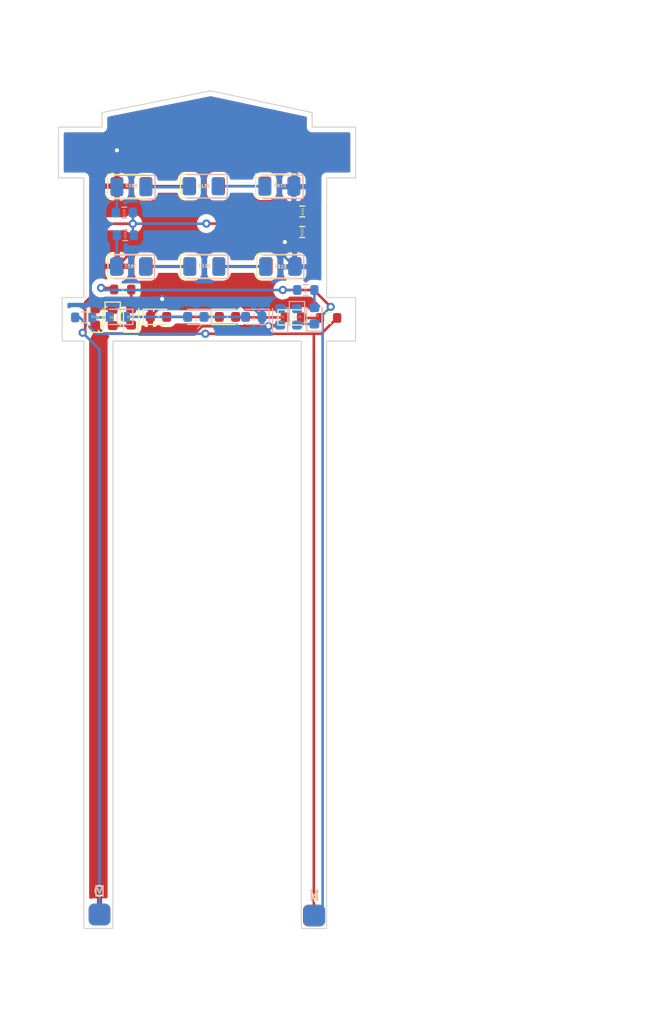
<source format=kicad_pcb>
(kicad_pcb (version 20211014) (generator pcbnew)
  (title_block (title "H0 Scale Bates Motel Sign LED board") (rev "*Draft*") (company "Deepwoods Software"))
  (layers (0 "F.Cu" signal) (31 "B.Cu" signal) (34 "B.Paste" user) (35 "F.Paste" user) (36 "B.SilkS" user "B.Silkscreen") (37 "F.SilkS" user "F.Silkscreen") (38 "B.Mask" user) (39 "F.Mask" user) (44 "Edge.Cuts" user))
  (net 0 "")
  (net 1 "C")
  (net 2 "Net-(D101-Pad2)")
  (net 3 "Net-(D102-Pad2)")
  (net 4 "Net-(D103-Pad2)")
  (net 5 "Net-(D104-Pad2)")
  (net 6 "Net-(D105-Pad2)")
  (net 7 "Net-(D106-Pad2)")
  (net 8 "Net-(D107-Pad2)")
  (net 9 "Net-(D108-Pad2)")
  (net 10 "Net-(D109-Pad2)")
  (net 11 "Net-(D110-Pad2)")
  (net 12 "Net-(D111-Pad2)")
  (net 13 "Net-(D112-Pad2)")
  (net 14 "Net-(D113-Pad2)")
  (net 15 "Net-(D114-Pad2)")
  (net 16 "Net-(D115-Pad2)")
  (net 17 "Net-(D116-Pad2)")
  (net 18 "Net-(D117-Pad2)")
  (net 19 "Net-(D118-Pad2)")
  (net 20 "Net-(D119-Pad2)")
  (net 21 "Net-(D120-Pad2)")
  (net 22 "Net-(D121-Pad2)")
  (net 23 "Net-(D122-Pad2)")
  (net 24 "Net-(D123-Pad2)")
  (net 25 "Net-(D124-Pad2)")
  (net 26 "M")
  (net 27 "N")
  (net 28 "V")
  (footprint "LED_SMD:LED_0603_1608Metric" (layer "F.Cu") (at 113.9952 125.984 90)
    (fp_text reference "D121" (at 0 0 180) (layer "F.SilkS") (effects (font (size 0.2 0.2) (thickness 0.03))))
    (fp_text value "NO")
    (fp_line (start -1.485 -0.735) (end -1.485 0.735) (layer "F.SilkS") (width 0.12))
    (fp_line (start 0.8 -0.735) (end -1.485 -0.735) (layer "F.SilkS") (width 0.12))
    (fp_line (start -1.485 0.735) (end 0.8 0.735) (layer "F.SilkS") (width 0.12))
    (pad "1" smd roundrect (at -0.7875 0 90) (size 0.875 0.95) (layers "F.Cu" "F.Paste" "F.Mask") (net 14 "Net-(D113-Pad2)"))
    (pad "2" smd roundrect (at 0.7875 0 90) (size 0.875 0.95) (layers "F.Cu" "F.Paste" "F.Mask") (net 22 "Net-(D121-Pad2)"))
  )
  (footprint "LED_SMD:LED_1206_3216Metric" (layer "F.Cu") (at 121.034 113.3856)
    (fp_text reference "D109" (at 0 0) (layer "F.SilkS") (effects (font (size 0.3 0.3) (thickness 0.05))))
    (fp_text value "BATESMOTEL")
    (fp_line (start 1.6 -1.135) (end -2.285 -1.135) (layer "F.SilkS") (width 0.12))
    (fp_line (start -2.285 1.135) (end 1.6 1.135) (layer "F.SilkS") (width 0.12))
    (fp_line (start -2.285 -1.135) (end -2.285 1.135) (layer "F.SilkS") (width 0.12))
    (pad "1" smd roundrect (at -1.4 0) (size 1.25 1.75) (layers "F.Cu" "F.Paste" "F.Mask") (roundrect_rratio 0.2) (net 2 "Net-(D101-Pad2)"))
    (pad "2" smd roundrect (at 1.4 0) (size 1.25 1.75) (layers "F.Cu" "F.Paste" "F.Mask") (roundrect_rratio 0.2) (net 10 "Net-(D109-Pad2)"))
  )
  (footprint "Pads:ContactPad" (layer "F.Cu") (at 131.6228 183.6928)
    (fp_text reference "J104" hide)
    (fp_text value "V" (at 0.1016 -1.8288 unlocked) (layer "F.SilkS"))
    (pad "1" smd roundrect (at 0 0) (size 2.1 2.1) (layers "F.Cu" "F.Paste" "F.Mask") (net 28 "V"))
  )
  (footprint "LED_SMD:LED_1206_3216Metric" (layer "F.Cu") (at 128.4224 121.1072)
    (fp_text reference "D118" (at 0 0.0508) (layer "F.SilkS") (effects (font (size 0.3 0.3) (thickness 0.05))))
    (fp_text value "BATESMOTEL")
    (fp_line (start -2.285 -1.135) (end -2.285 1.135) (layer "F.SilkS") (width 0.12))
    (fp_line (start -2.285 1.135) (end 1.6 1.135) (layer "F.SilkS") (width 0.12))
    (fp_line (start 1.6 -1.135) (end -2.285 -1.135) (layer "F.SilkS") (width 0.12))
    (pad "1" smd roundrect (at -1.4 0) (size 1.25 1.75) (layers "F.Cu" "F.Paste" "F.Mask") (roundrect_rratio 0.2) (net 11 "Net-(D110-Pad2)"))
    (pad "2" smd roundrect (at 1.4 0) (size 1.25 1.75) (layers "F.Cu" "F.Paste" "F.Mask") (roundrect_rratio 0.2) (net 19 "Net-(D118-Pad2)"))
  )
  (footprint "LED_SMD:LED_0603_1608Metric" (layer "F.Cu") (at 116.6368 125.984)
    (fp_text reference "D107" (at 0 0.0508 90) (layer "F.SilkS") (effects (font (size 0.2 0.2) (thickness 0.03))))
    (fp_text value "VACANCY")
    (fp_line (start 0.8 -0.735) (end -1.485 -0.735) (layer "F.SilkS") (width 0.12))
    (fp_line (start -1.485 -0.735) (end -1.485 0.735) (layer "F.SilkS") (width 0.12))
    (fp_line (start -1.485 0.735) (end 0.8 0.735) (layer "F.SilkS") (width 0.12))
    (pad "1" smd roundrect (at -0.7875 0) (size 0.875 0.95) (layers "F.Cu" "F.Paste" "F.Mask") (net 1 "C"))
    (pad "2" smd roundrect (at 0.7875 0) (size 0.875 0.95) (layers "F.Cu" "F.Paste" "F.Mask") (net 8 "Net-(D107-Pad2)"))
  )
  (footprint "Resistor_SMD:R_0603_1608Metric" (layer "F.Cu") (at 133.0452 126.0856)
    (fp_text reference "R107" (at 0 -0.0508 90) (layer "F.SilkS") (effects (font (size 0.2 0.2) (thickness 0.03))))
    (fp_text value "150")
    (fp_line (start -0.237258 -0.5225) (end 0.237258 -0.5225) (layer "F.SilkS") (width 0.12))
    (fp_line (start -0.237258 0.5225) (end 0.237258 0.5225) (layer "F.SilkS") (width 0.12))
    (pad "1" smd roundrect (at -0.825 0) (size 0.8 0.95) (layers "F.Cu" "F.Paste" "F.Mask") (net 24 "Net-(D123-Pad2)"))
    (pad "2" smd roundrect (at 0.825 0) (size 0.8 0.95) (layers "F.Cu" "F.Paste" "F.Mask") (net 28 "V"))
  )
  (footprint "LED_SMD:LED_0603_1608Metric" (layer "F.Cu") (at 110.5408 125.984 90)
    (fp_text reference "D105" (at 0 0 180) (layer "F.SilkS") (effects (font (size 0.2 0.2) (thickness 0.03))))
    (fp_text value "NO")
    (fp_line (start -1.485 -0.735) (end -1.485 0.735) (layer "F.SilkS") (width 0.12))
    (fp_line (start -1.485 0.735) (end 0.8 0.735) (layer "F.SilkS") (width 0.12))
    (fp_line (start 0.8 -0.735) (end -1.485 -0.735) (layer "F.SilkS") (width 0.12))
    (pad "1" smd roundrect (at -0.7875 0 90) (size 0.875 0.95) (layers "F.Cu" "F.Paste" "F.Mask") (net 1 "C"))
    (pad "2" smd roundrect (at 0.7875 0 90) (size 0.875 0.95) (layers "F.Cu" "F.Paste" "F.Mask") (net 6 "Net-(D105-Pad2)"))
  )
  (footprint "LED_SMD:LED_1206_3216Metric" (layer "F.Cu") (at 121.0564 121.1072)
    (fp_text reference "D110" (at 0.0508 -0.0508) (layer "F.SilkS") (effects (font (size 0.3 0.3) (thickness 0.05))))
    (fp_text value "BATESMOTEL")
    (fp_line (start -2.285 -1.135) (end -2.285 1.135) (layer "F.SilkS") (width 0.12))
    (fp_line (start 1.6 -1.135) (end -2.285 -1.135) (layer "F.SilkS") (width 0.12))
    (fp_line (start -2.285 1.135) (end 1.6 1.135) (layer "F.SilkS") (width 0.12))
    (pad "1" smd roundrect (at -1.4 0) (size 1.25 1.75) (layers "F.Cu" "F.Paste" "F.Mask") (roundrect_rratio 0.2) (net 3 "Net-(D102-Pad2)"))
    (pad "2" smd roundrect (at 1.4 0) (size 1.25 1.75) (layers "F.Cu" "F.Paste" "F.Mask") (roundrect_rratio 0.2) (net 11 "Net-(D110-Pad2)"))
  )
  (footprint "LED_SMD:LED_1206_3216Metric" (layer "F.Cu") (at 114.0236 113.3856)
    (fp_text reference "D101" (at 0 -0.0508) (layer "F.SilkS") (effects (font (size 0.3 0.3) (thickness 0.05))))
    (fp_text value "BATESMOTEL")
    (fp_line (start 1.6 -1.135) (end -2.285 -1.135) (layer "F.SilkS") (width 0.12))
    (fp_line (start -2.285 -1.135) (end -2.285 1.135) (layer "F.SilkS") (width 0.12))
    (fp_line (start -2.285 1.135) (end 1.6 1.135) (layer "F.SilkS") (width 0.12))
    (pad "1" smd roundrect (at -1.4 0) (size 1.25 1.75) (layers "F.Cu" "F.Paste" "F.Mask") (roundrect_rratio 0.2) (net 1 "C"))
    (pad "2" smd roundrect (at 1.4 0) (size 1.25 1.75) (layers "F.Cu" "F.Paste" "F.Mask") (roundrect_rratio 0.2) (net 2 "Net-(D101-Pad2)"))
  )
  (footprint "Resistor_SMD:R_0603_1608Metric" (layer "F.Cu") (at 130.5052 115.824)
    (fp_text reference "R101" (at 0.0508 0 90) (layer "F.SilkS") (effects (font (size 0.2 0.2) (thickness 0.03))))
    (fp_text value "150")
    (fp_line (start -0.237258 -0.5225) (end 0.237258 -0.5225) (layer "F.SilkS") (width 0.12))
    (fp_line (start -0.237258 0.5225) (end 0.237258 0.5225) (layer "F.SilkS") (width 0.12))
    (pad "1" smd roundrect (at -0.825 0) (size 0.8 0.95) (layers "F.Cu" "F.Paste" "F.Mask") (net 18 "Net-(D117-Pad2)"))
    (pad "2" smd roundrect (at 0.825 0) (size 0.8 0.95) (layers "F.Cu" "F.Paste" "F.Mask") (net 26 "M"))
  )
  (footprint "Resistor_SMD:R_0603_1608Metric" (layer "F.Cu") (at 113.1824 123.3424 180)
    (fp_text reference "R105" (at 0 -0.0508 90) (layer "F.SilkS") (effects (font (size 0.2 0.2) (thickness 0.03))))
    (fp_text value "150")
    (fp_line (start -0.237258 0.5225) (end 0.237258 0.5225) (layer "F.SilkS") (width 0.12))
    (fp_line (start -0.237258 -0.5225) (end 0.237258 -0.5225) (layer "F.SilkS") (width 0.12))
    (pad "1" smd roundrect (at -0.825 0 180) (size 0.8 0.95) (layers "F.Cu" "F.Paste" "F.Mask") (net 22 "Net-(D121-Pad2)"))
    (pad "2" smd roundrect (at 0.825 0 180) (size 0.8 0.95) (layers "F.Cu" "F.Paste" "F.Mask") (net 27 "N"))
  )
  (footprint "LED_SMD:LED_0603_1608Metric" (layer "F.Cu") (at 129.6416 126.0348)
    (fp_text reference "D123" (at 0 0 90) (layer "F.SilkS") (effects (font (size 0.2 0.2) (thickness 0.03))))
    (fp_text value "VACANCY")
    (fp_line (start -1.485 0.735) (end 0.8 0.735) (layer "F.SilkS") (width 0.12))
    (fp_line (start 0.8 -0.735) (end -1.485 -0.735) (layer "F.SilkS") (width 0.12))
    (fp_line (start -1.485 -0.735) (end -1.485 0.735) (layer "F.SilkS") (width 0.12))
    (pad "1" smd roundrect (at -0.7875 0) (size 0.875 0.95) (layers "F.Cu" "F.Paste" "F.Mask") (net 16 "Net-(D115-Pad2)"))
    (pad "2" smd roundrect (at 0.7875 0) (size 0.875 0.95) (layers "F.Cu" "F.Paste" "F.Mask") (net 24 "Net-(D123-Pad2)"))
  )
  (footprint "Resistor_SMD:R_0603_1608Metric" (layer "F.Cu") (at 130.5052 117.8052)
    (fp_text reference "R102" (at 0 0 270) (layer "F.SilkS") (effects (font (size 0.2 0.2) (thickness 0.03))))
    (fp_text value "150")
    (fp_line (start -0.237258 -0.5225) (end 0.237258 -0.5225) (layer "F.SilkS") (width 0.12))
    (fp_line (start -0.237258 0.5225) (end 0.237258 0.5225) (layer "F.SilkS") (width 0.12))
    (pad "1" smd roundrect (at -0.825 0) (size 0.8 0.95) (layers "F.Cu" "F.Paste" "F.Mask") (net 19 "Net-(D118-Pad2)"))
    (pad "2" smd roundrect (at 0.825 0) (size 0.8 0.95) (layers "F.Cu" "F.Paste" "F.Mask") (net 26 "M"))
  )
  (footprint "LED_SMD:LED_1206_3216Metric" (layer "F.Cu") (at 128.2984 113.3348)
    (fp_text reference "D117" (at 0.0732 0) (layer "F.SilkS") (effects (font (size 0.3 0.3) (thickness 0.05))))
    (fp_text value "BATESMOTEL")
    (fp_line (start 1.6 -1.135) (end -2.285 -1.135) (layer "F.SilkS") (width 0.12))
    (fp_line (start -2.285 1.135) (end 1.6 1.135) (layer "F.SilkS") (width 0.12))
    (fp_line (start -2.285 -1.135) (end -2.285 1.135) (layer "F.SilkS") (width 0.12))
    (pad "1" smd roundrect (at -1.4 0) (size 1.25 1.75) (layers "F.Cu" "F.Paste" "F.Mask") (roundrect_rratio 0.2) (net 10 "Net-(D109-Pad2)"))
    (pad "2" smd roundrect (at 1.4 0) (size 1.25 1.75) (layers "F.Cu" "F.Paste" "F.Mask") (roundrect_rratio 0.2) (net 18 "Net-(D117-Pad2)"))
  )
  (footprint "LED_SMD:LED_1206_3216Metric" (layer "F.Cu") (at 114.046 121.1072)
    (fp_text reference "D102" (at -0.1016 0) (layer "F.SilkS") (effects (font (size 0.3 0.3) (thickness 0.05))))
    (fp_text value "BATESMOTEL")
    (fp_line (start -2.285 -1.135) (end -2.285 1.135) (layer "F.SilkS") (width 0.12))
    (fp_line (start 1.6 -1.135) (end -2.285 -1.135) (layer "F.SilkS") (width 0.12))
    (fp_line (start -2.285 1.135) (end 1.6 1.135) (layer "F.SilkS") (width 0.12))
    (pad "1" smd roundrect (at -1.4 0) (size 1.25 1.75) (layers "F.Cu" "F.Paste" "F.Mask") (roundrect_rratio 0.2) (net 1 "C"))
    (pad "2" smd roundrect (at 1.4 0) (size 1.25 1.75) (layers "F.Cu" "F.Paste" "F.Mask") (roundrect_rratio 0.2) (net 3 "Net-(D102-Pad2)"))
  )
  (footprint "LED_SMD:LED_0603_1608Metric" (layer "F.Cu") (at 123.2916 125.984)
    (fp_text reference "D115" (at 0 0 90) (layer "F.SilkS") (effects (font (size 0.2 0.2) (thickness 0.03))))
    (fp_text value "VACANCY")
    (fp_line (start -1.485 -0.735) (end -1.485 0.735) (layer "F.SilkS") (width 0.12))
    (fp_line (start 0.8 -0.735) (end -1.485 -0.735) (layer "F.SilkS") (width 0.12))
    (fp_line (start -1.485 0.735) (end 0.8 0.735) (layer "F.SilkS") (width 0.12))
    (pad "1" smd roundrect (at -0.7875 0) (size 0.875 0.95) (layers "F.Cu" "F.Paste" "F.Mask") (net 8 "Net-(D107-Pad2)"))
    (pad "2" smd roundrect (at 0.7875 0) (size 0.875 0.95) (layers "F.Cu" "F.Paste" "F.Mask") (net 16 "Net-(D115-Pad2)"))
  )
  (footprint "LED_SMD:LED_0603_1608Metric" (layer "F.Cu") (at 112.2172 126.0348 -90)
    (fp_text reference "D113" (at 0 -0.1016 180) (layer "F.SilkS") (effects (font (size 0.2 0.2) (thickness 0.03))))
    (fp_text value "NO")
    (fp_line (start 0.8 -0.735) (end -1.485 -0.735) (layer "F.SilkS") (width 0.12))
    (fp_line (start -1.485 0.735) (end 0.8 0.735) (layer "F.SilkS") (width 0.12))
    (fp_line (start -1.485 -0.735) (end -1.485 0.735) (layer "F.SilkS") (width 0.12))
    (pad "1" smd roundrect (at -0.7875 0 270) (size 0.875 0.95) (layers "F.Cu" "F.Paste" "F.Mask") (net 6 "Net-(D105-Pad2)"))
    (pad "2" smd roundrect (at 0.7875 0 270) (size 0.875 0.95) (layers "F.Cu" "F.Paste" "F.Mask") (net 14 "Net-(D113-Pad2)"))
  )
  (footprint "Pads:ContactPad" (layer "F.Cu") (at 110.9472 183.5912)
    (fp_text reference "J101" hide)
    (fp_text value "C" (at -0.1016 -2.2352 unlocked) (layer "F.SilkS"))
    (pad "1" smd roundrect (at 0 0) (size 2.1 2.1) (layers "F.Cu" "F.Paste" "F.Mask") (net 1 "C"))
  )
  (footprint "LED_SMD:LED_0603_1608Metric" (layer "B.Cu") (at 131.6736 125.8824 90)
    (fp_text reference "D122" (at 0 0 180) (layer "B.SilkS") (effects (font (size 0.2 0.2) (thickness 0.03)) (justify mirror)))
    (fp_text value "NO")
    (fp_line (start -1.485 -0.735) (end 0.8 -0.735) (layer "B.SilkS") (width 0.12))
    (fp_line (start -1.485 0.735) (end -1.485 -0.735) (layer "B.SilkS") (width 0.12))
    (fp_line (start 0.8 0.735) (end -1.485 0.735) (layer "B.SilkS") (width 0.12))
    (pad "1" smd roundrect (at -0.7875 0 90) (size 0.875 0.95) (layers "B.Cu" "B.Paste" "B.Mask") (net 15 "Net-(D114-Pad2)"))
    (pad "2" smd roundrect (at 0.7875 0 90) (size 0.875 0.95) (layers "B.Cu" "B.Paste" "B.Mask") (net 23 "Net-(D122-Pad2)"))
  )
  (footprint "LED_SMD:LED_0603_1608Metric" (layer "B.Cu") (at 129.9972 125.984 -90)
    (fp_text reference "D114" (at 0 -0.0508 180) (layer "B.SilkS") (effects (font (size 0.2 0.2) (thickness 0.03)) (justify mirror)))
    (fp_text value "NO")
    (fp_line (start 0.8 0.735) (end -1.485 0.735) (layer "B.SilkS") (width 0.12))
    (fp_line (start -1.485 0.735) (end -1.485 -0.735) (layer "B.SilkS") (width 0.12))
    (fp_line (start -1.485 -0.735) (end 0.8 -0.735) (layer "B.SilkS") (width 0.12))
    (pad "1" smd roundrect (at -0.7875 0 270) (size 0.875 0.95) (layers "B.Cu" "B.Paste" "B.Mask") (net 7 "Net-(D106-Pad2)"))
    (pad "2" smd roundrect (at 0.7875 0 270) (size 0.875 0.95) (layers "B.Cu" "B.Paste" "B.Mask") (net 15 "Net-(D114-Pad2)"))
  )
  (footprint "Resistor_SMD:R_0603_1608Metric" (layer "B.Cu") (at 109.4232 126.0348 180)
    (fp_text reference "R108" (at -0.0508 0 90) (layer "B.SilkS") (effects (font (size 0.2 0.2) (thickness 0.03)) (justify mirror)))
    (fp_text value "150")
    (fp_line (start -0.237258 0.5225) (end 0.237258 0.5225) (layer "B.SilkS") (width 0.12))
    (fp_line (start -0.237258 -0.5225) (end 0.237258 -0.5225) (layer "B.SilkS") (width 0.12))
    (pad "1" smd roundrect (at -0.825 0 180) (size 0.8 0.95) (layers "B.Cu" "B.Paste" "B.Mask") (net 25 "Net-(D124-Pad2)"))
    (pad "2" smd roundrect (at 0.825 0 180) (size 0.8 0.95) (layers "B.Cu" "B.Paste" "B.Mask") (net 28 "V"))
  )
  (footprint "LED_SMD:LED_1206_3216Metric" (layer "B.Cu") (at 121.0564 121.158 180)
    (fp_text reference "D112" (at 0 0.1016) (layer "B.SilkS") (effects (font (size 0.3 0.3) (thickness 0.05)) (justify mirror)))
    (fp_text value "BATESMOTEL")
    (fp_line (start -2.285 1.135) (end -2.285 -1.135) (layer "B.SilkS") (width 0.12))
    (fp_line (start -2.285 -1.135) (end 1.6 -1.135) (layer "B.SilkS") (width 0.12))
    (fp_line (start 1.6 1.135) (end -2.285 1.135) (layer "B.SilkS") (width 0.12))
    (pad "1" smd roundrect (at -1.4 0 180) (size 1.25 1.75) (layers "B.Cu" "B.Paste" "B.Mask") (roundrect_rratio 0.2) (net 5 "Net-(D104-Pad2)"))
    (pad "2" smd roundrect (at 1.4 0 180) (size 1.25 1.75) (layers "B.Cu" "B.Paste" "B.Mask") (roundrect_rratio 0.2) (net 13 "Net-(D112-Pad2)"))
  )
  (footprint "LED_SMD:LED_0603_1608Metric" (layer "B.Cu") (at 125.8316 125.984 180)
    (fp_text reference "D108" (at 0 0 90) (layer "B.SilkS") (effects (font (size 0.2 0.2) (thickness 0.03)) (justify mirror)))
    (fp_text value "VACANCY")
    (fp_line (start -1.485 0.735) (end -1.485 -0.735) (layer "B.SilkS") (width 0.12))
    (fp_line (start -1.485 -0.735) (end 0.8 -0.735) (layer "B.SilkS") (width 0.12))
    (fp_line (start 0.8 0.735) (end -1.485 0.735) (layer "B.SilkS") (width 0.12))
    (pad "1" smd roundrect (at -0.7875 0 180) (size 0.875 0.95) (layers "B.Cu" "B.Paste" "B.Mask") (net 1 "C"))
    (pad "2" smd roundrect (at 0.7875 0 180) (size 0.875 0.95) (layers "B.Cu" "B.Paste" "B.Mask") (net 9 "Net-(D108-Pad2)"))
  )
  (footprint "LED_SMD:LED_1206_3216Metric" (layer "B.Cu") (at 114.0176 113.4872 180)
    (fp_text reference "D119" (at 0 0.1524) (layer "B.SilkS") (effects (font (size 0.3 0.3) (thickness 0.05)) (justify mirror)))
    (fp_text value "BATESMOTEL")
    (fp_line (start -2.285 1.135) (end -2.285 -1.135) (layer "B.SilkS") (width 0.12))
    (fp_line (start 1.6 1.135) (end -2.285 1.135) (layer "B.SilkS") (width 0.12))
    (fp_line (start -2.285 -1.135) (end 1.6 -1.135) (layer "B.SilkS") (width 0.12))
    (pad "1" smd roundrect (at -1.4 0 180) (size 1.25 1.75) (layers "B.Cu" "B.Paste" "B.Mask") (roundrect_rratio 0.2) (net 12 "Net-(D111-Pad2)"))
    (pad "2" smd roundrect (at 1.4 0 180) (size 1.25 1.75) (layers "B.Cu" "B.Paste" "B.Mask") (roundrect_rratio 0.2) (net 20 "Net-(D119-Pad2)"))
  )
  (footprint "LED_SMD:LED_0603_1608Metric" (layer "B.Cu") (at 120.2436 125.984 180)
    (fp_text reference "D116" (at 0 -0.0508 90) (layer "B.SilkS") (effects (font (size 0.2 0.2) (thickness 0.03)) (justify mirror)))
    (fp_text value "VACANCY")
    (fp_line (start -1.485 0.735) (end -1.485 -0.735) (layer "B.SilkS") (width 0.12))
    (fp_line (start 0.8 0.735) (end -1.485 0.735) (layer "B.SilkS") (width 0.12))
    (fp_line (start -1.485 -0.735) (end 0.8 -0.735) (layer "B.SilkS") (width 0.12))
    (pad "1" smd roundrect (at -0.7875 0 180) (size 0.875 0.95) (layers "B.Cu" "B.Paste" "B.Mask") (net 9 "Net-(D108-Pad2)"))
    (pad "2" smd roundrect (at 0.7875 0 180) (size 0.875 0.95) (layers "B.Cu" "B.Paste" "B.Mask") (net 17 "Net-(D116-Pad2)"))
  )
  (footprint "LED_SMD:LED_1206_3216Metric" (layer "B.Cu") (at 120.9832 113.3856 180)
    (fp_text reference "D111" (at 0 0) (layer "B.SilkS") (effects (font (size 0.3 0.3) (thickness 0.05)) (justify mirror)))
    (fp_text value "BATESMOTEL")
    (fp_line (start -2.285 1.135) (end -2.285 -1.135) (layer "B.SilkS") (width 0.12))
    (fp_line (start 1.6 1.135) (end -2.285 1.135) (layer "B.SilkS") (width 0.12))
    (fp_line (start -2.285 -1.135) (end 1.6 -1.135) (layer "B.SilkS") (width 0.12))
    (pad "1" smd roundrect (at -1.4 0 180) (size 1.25 1.75) (layers "B.Cu" "B.Paste" "B.Mask") (roundrect_rratio 0.2) (net 4 "Net-(D103-Pad2)"))
    (pad "2" smd roundrect (at 1.4 0 180) (size 1.25 1.75) (layers "B.Cu" "B.Paste" "B.Mask") (roundrect_rratio 0.2) (net 12 "Net-(D111-Pad2)"))
  )
  (footprint "LED_SMD:LED_0603_1608Metric" (layer "B.Cu") (at 128.3716 125.984 90)
    (fp_text reference "D106" (at 0 0 180) (layer "B.SilkS") (effects (font (size 0.2 0.2) (thickness 0.03)) (justify mirror)))
    (fp_text value "NO")
    (fp_line (start 0.8 0.735) (end -1.485 0.735) (layer "B.SilkS") (width 0.12))
    (fp_line (start -1.485 -0.735) (end 0.8 -0.735) (layer "B.SilkS") (width 0.12))
    (fp_line (start -1.485 0.735) (end -1.485 -0.735) (layer "B.SilkS") (width 0.12))
    (pad "1" smd roundrect (at -0.7875 0 90) (size 0.875 0.95) (layers "B.Cu" "B.Paste" "B.Mask") (net 1 "C"))
    (pad "2" smd roundrect (at 0.7875 0 90) (size 0.875 0.95) (layers "B.Cu" "B.Paste" "B.Mask") (net 7 "Net-(D106-Pad2)"))
  )
  (footprint "Pads:ContactPad" (layer "B.Cu") (at 110.9472 183.5912 180)
    (fp_text reference "J102" hide)
    (fp_text value "M" (at 0 2.2352 unlocked) (layer "B.SilkS") (effects (justify mirror)))
    (pad "1" smd roundrect (at 0 0 180) (size 2.1 2.1) (layers "B.Cu" "B.Paste" "B.Mask") (net 26 "M"))
  )
  (footprint "Resistor_SMD:R_0603_1608Metric" (layer "B.Cu") (at 113.4364 118.11)
    (fp_text reference "R104" (at 0 0 90) (layer "B.SilkS") (effects (font (size 0.2 0.2) (thickness 0.03)) (justify mirror)))
    (fp_text value "150")
    (fp_line (start -0.237258 -0.5225) (end 0.237258 -0.5225) (layer "B.SilkS") (width 0.12))
    (fp_line (start -0.237258 0.5225) (end 0.237258 0.5225) (layer "B.SilkS") (width 0.12))
    (pad "1" smd roundrect (at -0.825 0) (size 0.8 0.95) (layers "B.Cu" "B.Paste" "B.Mask") (net 21 "Net-(D120-Pad2)"))
    (pad "2" smd roundrect (at 0.825 0) (size 0.8 0.95) (layers "B.Cu" "B.Paste" "B.Mask") (net 26 "M"))
  )
  (footprint "LED_SMD:LED_1206_3216Metric" (layer "B.Cu") (at 113.9728 121.158 180)
    (fp_text reference "D120" (at 0.0284 0.0508) (layer "B.SilkS") (effects (font (size 0.3 0.3) (thickness 0.05)) (justify mirror)))
    (fp_text value "BATESMOTEL")
    (fp_line (start -2.285 1.135) (end -2.285 -1.135) (layer "B.SilkS") (width 0.12))
    (fp_line (start -2.285 -1.135) (end 1.6 -1.135) (layer "B.SilkS") (width 0.12))
    (fp_line (start 1.6 1.135) (end -2.285 1.135) (layer "B.SilkS") (width 0.12))
    (pad "1" smd roundrect (at -1.4 0 180) (size 1.25 1.75) (layers "B.Cu" "B.Paste" "B.Mask") (roundrect_rratio 0.2) (net 13 "Net-(D112-Pad2)"))
    (pad "2" smd roundrect (at 1.4 0 180) (size 1.25 1.75) (layers "B.Cu" "B.Paste" "B.Mask") (roundrect_rratio 0.2) (net 21 "Net-(D120-Pad2)"))
  )
  (footprint "Pads:ContactPad" (layer "B.Cu") (at 131.6736 183.6928 180)
    (fp_text reference "J103" hide)
    (fp_text value "N" (at 0 1.9304 unlocked) (layer "B.SilkS") (effects (justify mirror)))
    (pad "1" smd roundrect (at 0 0 180) (size 2.1 2.1) (layers "B.Cu" "B.Paste" "B.Mask") (net 27 "N"))
  )
  (footprint "Resistor_SMD:R_0603_1608Metric" (layer "B.Cu") (at 130.8486 123.3932 180)
    (fp_text reference "R106" (at 0.0386 0 90) (layer "B.SilkS") (effects (font (size 0.2 0.2) (thickness 0.03)) (justify mirror)))
    (fp_text value "150")
    (fp_line (start -0.237258 -0.5225) (end 0.237258 -0.5225) (layer "B.SilkS") (width 0.12))
    (fp_line (start -0.237258 0.5225) (end 0.237258 0.5225) (layer "B.SilkS") (width 0.12))
    (pad "1" smd roundrect (at -0.825 0 180) (size 0.8 0.95) (layers "B.Cu" "B.Paste" "B.Mask") (net 23 "Net-(D122-Pad2)"))
    (pad "2" smd roundrect (at 0.825 0 180) (size 0.8 0.95) (layers "B.Cu" "B.Paste" "B.Mask") (net 27 "N"))
  )
  (footprint "LED_SMD:LED_1206_3216Metric" (layer "B.Cu") (at 128.2924 113.4364 180)
    (fp_text reference "D103" (at -0.0792 0.1016) (layer "B.SilkS") (effects (font (size 0.3 0.3) (thickness 0.05)) (justify mirror)))
    (fp_text value "BATESMOTEL")
    (fp_line (start -2.285 1.135) (end -2.285 -1.135) (layer "B.SilkS") (width 0.12))
    (fp_line (start -2.285 -1.135) (end 1.6 -1.135) (layer "B.SilkS") (width 0.12))
    (fp_line (start 1.6 1.135) (end -2.285 1.135) (layer "B.SilkS") (width 0.12))
    (pad "1" smd roundrect (at -1.4 0 180) (size 1.25 1.75) (layers "B.Cu" "B.Paste" "B.Mask") (roundrect_rratio 0.2) (net 1 "C"))
    (pad "2" smd roundrect (at 1.4 0 180) (size 1.25 1.75) (layers "B.Cu" "B.Paste" "B.Mask") (roundrect_rratio 0.2) (net 4 "Net-(D103-Pad2)"))
  )
  (footprint "Resistor_SMD:R_0603_1608Metric" (layer "B.Cu") (at 113.3348 115.9256)
    (fp_text reference "R103" (at 0 0.0508 90) (layer "B.SilkS") (effects (font (size 0.2 0.2) (thickness 0.03)) (justify mirror)))
    (fp_text value "150")
    (fp_line (start -0.237258 -0.5225) (end 0.237258 -0.5225) (layer "B.SilkS") (width 0.12))
    (fp_line (start -0.237258 0.5225) (end 0.237258 0.5225) (layer "B.SilkS") (width 0.12))
    (pad "1" smd roundrect (at -0.825 0) (size 0.8 0.95) (layers "B.Cu" "B.Paste" "B.Mask") (net 20 "Net-(D119-Pad2)"))
    (pad "2" smd roundrect (at 0.825 0) (size 0.8 0.95) (layers "B.Cu" "B.Paste" "B.Mask") (net 26 "M"))
  )
  (footprint "LED_SMD:LED_0603_1608Metric" (layer "B.Cu") (at 112.6744 125.984 180)
    (fp_text reference "D124" (at 0 -0.0508 90) (layer "B.SilkS") (effects (font (size 0.2 0.2) (thickness 0.03)) (justify mirror)))
    (fp_text value "VACANCY")
    (fp_line (start -1.485 0.735) (end -1.485 -0.735) (layer "B.SilkS") (width 0.12))
    (fp_line (start -1.485 -0.735) (end 0.8 -0.735) (layer "B.SilkS") (width 0.12))
    (fp_line (start 0.8 0.735) (end -1.485 0.735) (layer "B.SilkS") (width 0.12))
    (pad "1" smd roundrect (at -0.7875 0 180) (size 0.875 0.95) (layers "B.Cu" "B.Paste" "B.Mask") (net 17 "Net-(D116-Pad2)"))
    (pad "2" smd roundrect (at 0.7875 0 180) (size 0.875 0.95) (layers "B.Cu" "B.Paste" "B.Mask") (net 25 "Net-(D124-Pad2)"))
  )
  (footprint "LED_SMD:LED_1206_3216Metric" (layer "B.Cu") (at 128.3716 121.158 180)
    (fp_text reference "D104" (at -0.0508 0.0508) (layer "B.SilkS") (effects (font (size 0.3 0.3) (thickness 0.05)) (justify mirror)))
    (fp_text value "BATESMOTEL")
    (fp_line (start -2.285 -1.135) (end 1.6 -1.135) (layer "B.SilkS") (width 0.12))
    (fp_line (start 1.6 1.135) (end -2.285 1.135) (layer "B.SilkS") (width 0.12))
    (fp_line (start -2.285 1.135) (end -2.285 -1.135) (layer "B.SilkS") (width 0.12))
    (pad "1" smd roundrect (at -1.4 0 180) (size 1.25 1.75) (layers "B.Cu" "B.Paste" "B.Mask") (roundrect_rratio 0.2) (net 1 "C"))
    (pad "2" smd roundrect (at 1.4 0 180) (size 1.25 1.75) (layers "B.Cu" "B.Paste" "B.Mask") (roundrect_rratio 0.2) (net 5 "Net-(D104-Pad2)"))
  )
  (gr_line (start 121.67156 104.194495) (end 131.458716 106.291743) (layer "Edge.Cuts") (width 0.1))
  (gr_line (start 135.653211 107.689908) (end 135.653211 112.583486) (layer "Edge.Cuts") (width 0.1))
  (gr_line (start 131.458716 107.689908) (end 135.653211 107.689908) (layer "Edge.Cuts") (width 0.1))
  (gr_line (start 130.410092 184.938532) (end 130.410092 128.312844) (layer "Edge.Cuts") (width 0.1))
  (gr_line (start 135.653211 112.583486) (end 132.856881 112.583486) (layer "Edge.Cuts") (width 0.1))
  (gr_line (start 106.990826 107.689908) (end 111.185321 107.689908) (layer "Edge.Cuts") (width 0.1))
  (gr_line (start 109.437615 184.938532) (end 109.437615 128.312844) (layer "Edge.Cuts") (width 0.1))
  (gr_line (start 109.437615 128.312844) (end 107.340367 128.312844) (layer "Edge.Cuts") (width 0.1))
  (gr_line (start 131.458716 106.291743) (end 131.458716 107.689908) (layer "Edge.Cuts") (width 0.1))
  (gr_line (start 130.410092 128.312844) (end 112.233945 128.312844) (layer "Edge.Cuts") (width 0.1))
  (gr_line (start 107.340367 124.118349) (end 109.437615 124.118349) (layer "Edge.Cuts") (width 0.1))
  (gr_line (start 109.437615 124.118349) (end 109.437615 112.583486) (layer "Edge.Cuts") (width 0.1))
  (gr_line (start 132.856881 184.938532) (end 130.410092 184.938532) (layer "Edge.Cuts") (width 0.1))
  (gr_line (start 112.233945 184.938532) (end 109.437615 184.938532) (layer "Edge.Cuts") (width 0.1))
  (gr_line (start 111.185321 107.689908) (end 111.185321 106.291743) (layer "Edge.Cuts") (width 0.1))
  (gr_line (start 132.856881 124.118349) (end 135.653211 124.118349) (layer "Edge.Cuts") (width 0.1))
  (gr_line (start 109.437615 112.583486) (end 106.990826 112.583486) (layer "Edge.Cuts") (width 0.1))
  (gr_line (start 106.990826 112.583486) (end 106.990826 107.689908) (layer "Edge.Cuts") (width 0.1))
  (gr_line (start 112.233945 128.312844) (end 112.233945 184.938532) (layer "Edge.Cuts") (width 0.1))
  (gr_line (start 135.653211 124.118349) (end 135.653211 128.312844) (layer "Edge.Cuts") (width 0.1))
  (gr_line (start 111.185321 106.291743) (end 121.67156 104.194495) (layer "Edge.Cuts") (width 0.1))
  (gr_line (start 132.856881 112.583486) (end 132.856881 124.118349) (layer "Edge.Cuts") (width 0.1))
  (gr_line (start 107.340367 128.312844) (end 107.340367 124.118349) (layer "Edge.Cuts") (width 0.1))
  (gr_line (start 135.653211 128.312844) (end 132.856881 128.312844) (layer "Edge.Cuts") (width 0.1))
  (gr_line (start 132.856881 128.312844) (end 132.856881 184.938532) (layer "Edge.Cuts") (width 0.1))
  (segment (start 120.158666 127.58432) (end 120.857886 126.8851) (width 0.25) (layer "F.Cu") (net 1))
  (segment (start 110.5408 126.7715) (end 111.35362 127.58432) (width 0.25) (layer "F.Cu") (net 1))
  (segment (start 120.857886 126.8851) (end 127.254 126.8851) (width 0.25) (layer "F.Cu") (net 1))
  (segment (start 114.9828 118.7704) (end 112.646 121.1072) (width 0.25) (layer "F.Cu") (net 1))
  (segment (start 128.8288 118.7704) (end 114.9828 118.7704) (width 0.25) (layer "F.Cu") (net 1))
  (segment (start 111.35362 127.58432) (end 120.158666 127.58432) (width 0.25) (layer "F.Cu") (net 1))
  (segment (start 116.9924 124.8409) (end 115.8493 125.984) (width 0.25) (layer "F.Cu") (net 1))
  (segment (start 116.9924 124.2568) (end 116.9924 124.8409) (width 0.25) (layer "F.Cu") (net 1))
  (segment (start 112.6236 113.3856) (end 112.6236 109.9312) (width 0.25) (layer "F.Cu") (net 1))
  (via (at 128.8288 118.7704) (size 0.8) (drill 0.4) (layers "F.Cu" "B.Cu") (net 1))
  (via (at 127.254 126.8851) (size 0.8) (drill 0.4) (layers "F.Cu" "B.Cu") (net 1))
  (via (at 116.9924 124.2568) (size 0.8) (drill 0.4) (layers "F.Cu" "B.Cu") (net 1))
  (via (at 112.6236 109.9312) (size 0.8) (drill 0.4) (layers "F.Cu" "B.Cu") (net 1))
  (segment (start 112.6236 109.9312) (end 129.9464 109.9312) (width 0.25) (layer "B.Cu") (net 1))
  (segment (start 127.254 126.8851) (end 128.258 126.8851) (width 0.25) (layer "B.Cu") (net 1))
  (segment (start 129.7716 121.158) (end 128.8288 120.2152) (width 0.25) (layer "B.Cu") (net 1))
  (segment (start 128.8288 120.2152) (end 128.8288 118.7704) (width 0.25) (layer "B.Cu") (net 1))
  (segment (start 128.258 126.8851) (end 128.3716 126.7715) (width 0.25) (layer "B.Cu") (net 1))
  (segment (start 124.8919 124.2568) (end 116.9924 124.2568) (width 0.25) (layer "B.Cu") (net 1))
  (segment (start 129.9464 113.1824) (end 129.6924 113.4364) (width 0.25) (layer "B.Cu") (net 1))
  (segment (start 129.9464 109.9312) (end 129.9464 113.1824) (width 0.25) (layer "B.Cu") (net 1))
  (segment (start 126.6191 125.984) (end 124.8919 124.2568) (width 0.25) (layer "B.Cu") (net 1))
  (segment (start 115.4236 113.3856) (end 119.634 113.3856) (width 0.25) (layer "F.Cu") (net 2))
  (segment (start 119.6564 121.1072) (end 115.446 121.1072) (width 0.25) (layer "F.Cu") (net 3))
  (segment (start 126.8416 113.3856) (end 126.8924 113.4364) (width 0.25) (layer "B.Cu") (net 4))
  (segment (start 122.3832 113.3856) (end 126.8416 113.3856) (width 0.25) (layer "B.Cu") (net 4))
  (segment (start 122.4564 121.158) (end 126.9716 121.158) (width 0.25) (layer "B.Cu") (net 5))
  (segment (start 112.1664 125.1965) (end 112.2172 125.2473) (width 0.25) (layer "F.Cu") (net 6))
  (segment (start 110.5408 125.1965) (end 112.1664 125.1965) (width 0.25) (layer "F.Cu") (net 6))
  (segment (start 128.3716 125.1965) (end 129.9972 125.1965) (width 0.25) (layer "B.Cu") (net 7))
  (segment (start 122.5041 125.984) (end 117.4243 125.984) (width 0.25) (layer "F.Cu") (net 8))
  (segment (start 121.0311 125.984) (end 125.0441 125.984) (width 0.25) (layer "B.Cu") (net 9))
  (segment (start 122.434 113.3856) (end 126.8476 113.3856) (width 0.25) (layer "F.Cu") (net 10))
  (segment (start 126.8476 113.3856) (end 126.8984 113.3348) (width 0.25) (layer "F.Cu") (net 10))
  (segment (start 127.0224 121.1072) (end 122.4564 121.1072) (width 0.25) (layer "F.Cu") (net 11))
  (segment (start 115.4176 113.4872) (end 119.4816 113.4872) (width 0.25) (layer "B.Cu") (net 12))
  (segment (start 119.4816 113.4872) (end 119.5832 113.3856) (width 0.25) (layer "B.Cu") (net 12))
  (segment (start 115.3728 121.158) (end 119.6564 121.158) (width 0.25) (layer "B.Cu") (net 13))
  (segment (start 112.2172 126.8223) (end 113.9444 126.8223) (width 0.25) (layer "F.Cu") (net 14))
  (segment (start 113.9444 126.8223) (end 113.9952 126.7715) (width 0.25) (layer "F.Cu") (net 14))
  (segment (start 130.0988 126.6699) (end 129.9972 126.7715) (width 0.25) (layer "B.Cu") (net 15))
  (segment (start 131.6736 126.6699) (end 130.0988 126.6699) (width 0.25) (layer "B.Cu") (net 15))
  (segment (start 124.1299 126.0348) (end 124.0791 125.984) (width 0.25) (layer "F.Cu") (net 16))
  (segment (start 128.8541 126.0348) (end 124.1299 126.0348) (width 0.25) (layer "F.Cu") (net 16))
  (segment (start 113.4619 125.984) (end 119.4561 125.984) (width 0.25) (layer "B.Cu") (net 17))
  (segment (start 129.6984 113.3348) (end 129.6984 115.8058) (width 0.25) (layer "F.Cu") (net 18))
  (segment (start 129.6984 115.8058) (end 129.6802 115.824) (width 0.25) (layer "F.Cu") (net 18))
  (segment (start 129.8224 117.9474) (end 129.6802 117.8052) (width 0.25) (layer "F.Cu") (net 19))
  (segment (start 129.8224 121.1072) (end 129.8224 117.9474) (width 0.25) (layer "F.Cu") (net 19))
  (segment (start 112.6176 113.4872) (end 112.6176 115.8178) (width 0.25) (layer "B.Cu") (net 20))
  (segment (start 112.6176 115.8178) (end 112.5098 115.9256) (width 0.25) (layer "B.Cu") (net 20))
  (segment (start 112.6114 118.11) (end 112.6114 121.1194) (width 0.25) (layer "B.Cu") (net 21))
  (segment (start 112.6114 121.1194) (end 112.5728 121.158) (width 0.25) (layer "B.Cu") (net 21))
  (segment (start 114.0074 123.3424) (end 114.0074 125.1843) (width 0.25) (layer "F.Cu") (net 22))
  (segment (start 114.0074 125.1843) (end 113.9952 125.1965) (width 0.25) (layer "F.Cu") (net 22))
  (segment (start 131.6736 123.3932) (end 131.6736 125.0949) (width 0.25) (layer "B.Cu") (net 23))
  (segment (start 130.4799 126.0856) (end 130.4291 126.0348) (width 0.25) (layer "F.Cu") (net 24))
  (segment (start 132.2202 126.0856) (end 130.4799 126.0856) (width 0.25) (layer "F.Cu") (net 24))
  (segment (start 111.8361 126.0348) (end 111.8869 125.984) (width 0.25) (layer "B.Cu") (net 25))
  (segment (start 110.2482 126.0348) (end 111.8361 126.0348) (width 0.25) (layer "B.Cu") (net 25))
  (segment (start 109.562635 127.266965) (end 109.562635 124.574565) (width 0.25) (layer "F.Cu") (net 26))
  (segment (start 131.2164 116.9924) (end 131.3302 116.8786) (width 0.25) (layer "F.Cu") (net 26))
  (segment (start 109.3216 127.508) (end 109.562635 127.266965) (width 0.25) (layer "F.Cu") (net 26))
  (segment (start 109.562635 124.574565) (end 110.0836 124.0536) (width 0.25) (layer "F.Cu") (net 26))
  (segment (start 121.2596 116.9924) (end 131.2164 116.9924) (width 0.25) (layer "F.Cu") (net 26))
  (segment (start 110.0836 124.0536) (end 110.0836 118.2624) (width 0.25) (layer "F.Cu") (net 26))
  (segment (start 111.3414 117.0046) (end 114.1598 117.0046) (width 0.25) (layer "F.Cu") (net 26))
  (segment (start 131.3302 116.8786) (end 131.3302 117.8052) (width 0.25) (layer "F.Cu") (net 26))
  (segment (start 131.3302 115.824) (end 131.3302 116.8786) (width 0.25) (layer "F.Cu") (net 26))
  (segment (start 110.0836 118.2624) (end 111.3414 117.0046) (width 0.25) (layer "F.Cu") (net 26))
  (via (at 114.1598 117.0046) (size 0.8) (drill 0.4) (layers "F.Cu" "B.Cu") (net 26))
  (via (at 121.2596 116.9924) (size 0.8) (drill 0.4) (layers "F.Cu" "B.Cu") (net 26))
  (via (at 109.3216 127.508) (size 0.8) (drill 0.4) (layers "F.Cu" "B.Cu") (net 26))
  (segment (start 114.1598 115.9256) (end 114.1598 117.0046) (width 0.25) (layer "B.Cu") (net 26))
  (segment (start 114.1598 117.0046) (end 121.2474 117.0046) (width 0.25) (layer "B.Cu") (net 26))
  (segment (start 114.1598 118.0084) (end 114.2614 118.11) (width 0.25) (layer "B.Cu") (net 26))
  (segment (start 121.2474 117.0046) (end 121.2596 116.9924) (width 0.25) (layer "B.Cu") (net 26))
  (segment (start 110.9472 183.5912) (end 110.9472 129.1336) (width 0.25) (layer "B.Cu") (net 26))
  (segment (start 110.9472 129.1336) (end 109.3216 127.508) (width 0.25) (layer "B.Cu") (net 26))
  (segment (start 114.1598 117.0046) (end 114.1598 118.0084) (width 0.25) (layer "B.Cu") (net 26))
  (segment (start 131.6228 123.3932) (end 128.6256 123.3932) (width 0.25) (layer "F.Cu") (net 27))
  (segment (start 112.205 123.19) (end 112.3574 123.3424) (width 0.25) (layer "F.Cu") (net 27))
  (segment (start 111.0996 123.19) (end 112.205 123.19) (width 0.25) (layer "F.Cu") (net 27))
  (segment (start 133.2484 125.0188) (end 131.6228 123.3932) (width 0.25) (layer "F.Cu") (net 27))
  (via (at 111.0996 123.19) (size 0.8) (drill 0.4) (layers "F.Cu" "B.Cu") (net 27))
  (via (at 128.6256 123.3932) (size 0.8) (drill 0.4) (layers "F.Cu" "B.Cu") (net 27))
  (via (at 133.2484 125.0188) (size 0.8) (drill 0.4) (layers "F.Cu" "B.Cu") (net 27))
  (segment (start 128.6256 123.3932) (end 111.3028 123.3932) (width 0.25) (layer "B.Cu") (net 27))
  (segment (start 111.3028 123.3932) (end 111.0996 123.19) (width 0.25) (layer "B.Cu") (net 27))
  (segment (start 131.6736 183.6928) (end 132.47312 182.89328) (width 0.25) (layer "B.Cu") (net 27))
  (segment (start 132.47312 182.89328) (end 132.47312 125.79408) (width 0.25) (layer "B.Cu") (net 27))
  (segment (start 130.0236 123.3932) (end 128.6256 123.3932) (width 0.25) (layer "B.Cu") (net 27))
  (segment (start 132.47312 125.79408) (end 133.2484 125.0188) (width 0.25) (layer "B.Cu") (net 27))
  (segment (start 131.6228 127.6096) (end 121.158 127.6096) (width 0.25) (layer "F.Cu") (net 28))
  (segment (start 131.6228 183.6928) (end 131.6228 127.6096) (width 0.25) (layer "F.Cu") (net 28))
  (segment (start 132.3462 127.6096) (end 131.6228 127.6096) (width 0.25) (layer "F.Cu") (net 28))
  (segment (start 133.8702 126.0856) (end 132.3462 127.6096) (width 0.25) (layer "F.Cu") (net 28))
  (via (at 121.158 127.6096) (size 0.8) (drill 0.4) (layers "F.Cu" "B.Cu") (net 28))
  (segment (start 121.158 127.6096) (end 110.606217 127.6096) (width 0.25) (layer "B.Cu") (net 28))
  (segment (start 109.031417 126.0348) (end 108.5982 126.0348) (width 0.25) (layer "B.Cu") (net 28))
  (segment (start 110.606217 127.6096) (end 109.031417 126.0348) (width 0.25) (layer "B.Cu") (net 28))
  (zone (net 1) (net_name "C") (layers F&B.Cu) (connect_pads (clearance 0.508)) (min_thickness 0.254) (fill yes (thermal_gap 0.508) (thermal_bridge_width 0.508))
    (polygon (pts (xy 143.2052 194.1576) (xy 101.346 194.1576) (xy 101.346 101.1428) (xy 143.6624 101.1428)))
  )
)
</source>
